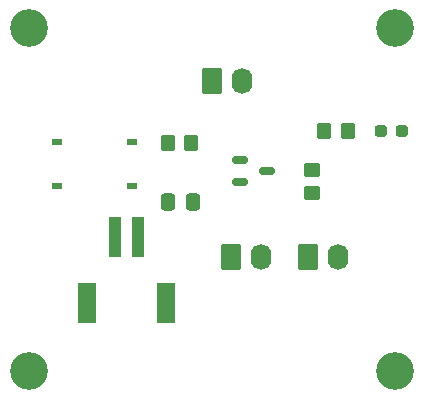
<source format=gts>
G04 #@! TF.GenerationSoftware,KiCad,Pcbnew,8.0.0*
G04 #@! TF.CreationDate,2024-04-02T11:58:19-05:00*
G04 #@! TF.ProjectId,Haptic Feeback board,48617074-6963-4204-9665-656261636b20,rev?*
G04 #@! TF.SameCoordinates,Original*
G04 #@! TF.FileFunction,Soldermask,Top*
G04 #@! TF.FilePolarity,Negative*
%FSLAX46Y46*%
G04 Gerber Fmt 4.6, Leading zero omitted, Abs format (unit mm)*
G04 Created by KiCad (PCBNEW 8.0.0) date 2024-04-02 11:58:19*
%MOMM*%
%LPD*%
G01*
G04 APERTURE LIST*
G04 Aperture macros list*
%AMRoundRect*
0 Rectangle with rounded corners*
0 $1 Rounding radius*
0 $2 $3 $4 $5 $6 $7 $8 $9 X,Y pos of 4 corners*
0 Add a 4 corners polygon primitive as box body*
4,1,4,$2,$3,$4,$5,$6,$7,$8,$9,$2,$3,0*
0 Add four circle primitives for the rounded corners*
1,1,$1+$1,$2,$3*
1,1,$1+$1,$4,$5*
1,1,$1+$1,$6,$7*
1,1,$1+$1,$8,$9*
0 Add four rect primitives between the rounded corners*
20,1,$1+$1,$2,$3,$4,$5,0*
20,1,$1+$1,$4,$5,$6,$7,0*
20,1,$1+$1,$6,$7,$8,$9,0*
20,1,$1+$1,$8,$9,$2,$3,0*%
G04 Aperture macros list end*
%ADD10RoundRect,0.250000X0.450000X-0.350000X0.450000X0.350000X-0.450000X0.350000X-0.450000X-0.350000X0*%
%ADD11C,3.200000*%
%ADD12R,0.950500X0.558800*%
%ADD13RoundRect,0.250000X-0.620000X-0.845000X0.620000X-0.845000X0.620000X0.845000X-0.620000X0.845000X0*%
%ADD14O,1.740000X2.190000*%
%ADD15RoundRect,0.250000X-0.337500X-0.475000X0.337500X-0.475000X0.337500X0.475000X-0.337500X0.475000X0*%
%ADD16RoundRect,0.237500X0.287500X0.237500X-0.287500X0.237500X-0.287500X-0.237500X0.287500X-0.237500X0*%
%ADD17R,1.000000X3.500000*%
%ADD18R,1.500000X3.400000*%
%ADD19RoundRect,0.250000X0.350000X0.450000X-0.350000X0.450000X-0.350000X-0.450000X0.350000X-0.450000X0*%
%ADD20RoundRect,0.150000X-0.512500X-0.150000X0.512500X-0.150000X0.512500X0.150000X-0.512500X0.150000X0*%
%ADD21RoundRect,0.250000X-0.350000X-0.450000X0.350000X-0.450000X0.350000X0.450000X-0.350000X0.450000X0*%
G04 APERTURE END LIST*
D10*
G04 #@! TO.C,R3*
X149500000Y-97000000D03*
X149500000Y-95000000D03*
G04 #@! TD*
D11*
G04 #@! TO.C,H3*
X125500000Y-112000000D03*
G04 #@! TD*
G04 #@! TO.C,H2*
X125500000Y-83000000D03*
G04 #@! TD*
D12*
G04 #@! TO.C,SW1*
X127878302Y-92667602D03*
X127878302Y-96367600D03*
X134239000Y-96367600D03*
X134239000Y-92667602D03*
G04 #@! TD*
D13*
G04 #@! TO.C,J3*
X142621000Y-102387400D03*
D14*
X145161000Y-102387400D03*
G04 #@! TD*
D15*
G04 #@! TO.C,C1*
X137290900Y-97713800D03*
X139365900Y-97713800D03*
G04 #@! TD*
D16*
G04 #@! TO.C,D1*
X157040000Y-91694000D03*
X155290000Y-91694000D03*
G04 #@! TD*
D11*
G04 #@! TO.C,H4*
X156500000Y-112000000D03*
G04 #@! TD*
D13*
G04 #@! TO.C,J4*
X149098000Y-102362000D03*
D14*
X151638000Y-102362000D03*
G04 #@! TD*
D13*
G04 #@! TO.C,J2*
X140995400Y-87497600D03*
D14*
X143535400Y-87497600D03*
G04 #@! TD*
D17*
G04 #@! TO.C,J1*
X132747000Y-100685600D03*
X134747000Y-100685600D03*
D18*
X130397000Y-106235600D03*
X137097000Y-106235600D03*
G04 #@! TD*
D19*
G04 #@! TO.C,R2*
X152511000Y-91694000D03*
X150511000Y-91694000D03*
G04 #@! TD*
D11*
G04 #@! TO.C,H1*
X156500000Y-83000000D03*
G04 #@! TD*
D20*
G04 #@! TO.C,Q1*
X143365400Y-94147600D03*
X143365400Y-96047600D03*
X145640400Y-95097600D03*
G04 #@! TD*
D21*
G04 #@! TO.C,R1*
X137242800Y-92735400D03*
X139242800Y-92735400D03*
G04 #@! TD*
M02*

</source>
